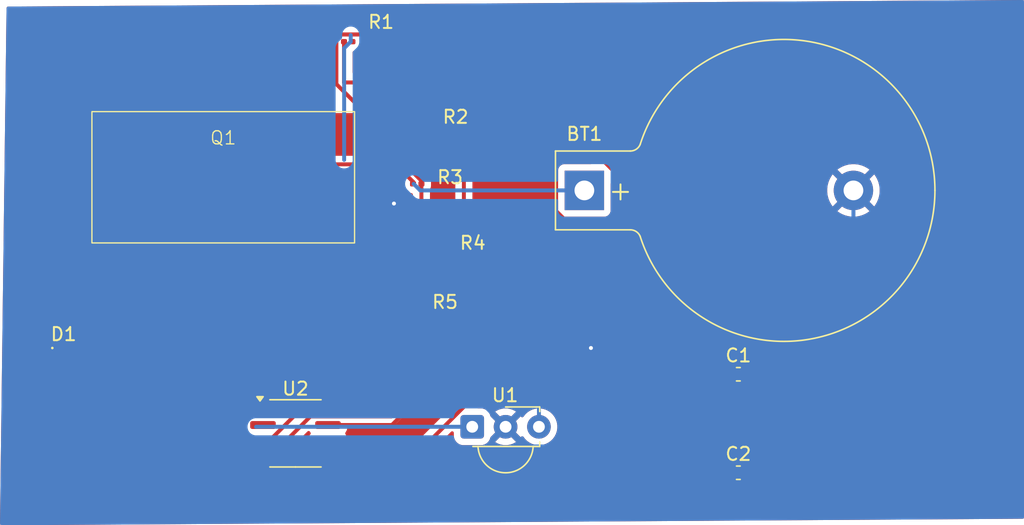
<source format=kicad_pcb>
(kicad_pcb (version 20241229) (generator "pcbnew") (generator_version "9.0")
  (layers (0 "F.Cu" signal) (2 "B.Cu" signal) (13 "F.Paste" user) (15 "B.Paste" user) (5 "F.SilkS" user "F.Silkscreen") (7 "B.SilkS" user "B.Silkscreen") (1 "F.Mask" user) (3 "B.Mask" user) (25 "Edge.Cuts" user))
  (net 0 "")
  (net 1 "GND")
  (net 2 "Net-(BT1-+)")
  (net 3 "Net-(U2-CV)")
  (net 4 "Net-(U2-DIS)")
  (net 5 "Net-(D1-A)")
  (net 6 "Net-(Q1-G)")
  (net 7 "Net-(Q1-D)")
  (net 8 "Net-(U1-Vs)")
  (net 9 "Net-(U2-Q)")
  (net 10 "Net-(U1-OUT)")
  (footprint "Resistor_SMD:R_0201_0603Metric" (layer "F.Cu") (at 113.77125 38.5)
    (property "Reference" "R3" (at 2.5 -0.5 0) (layer "F.SilkS"))
    (property "Value" "10k")
    (pad "1" smd roundrect (at -0.32 0) (size 0.46 0.4) (layers "F.Cu" "F.Mask") (net 2 "Net-(BT1-+)"))
    (pad "2" smd roundrect (at 0.32 0) (size 0.46 0.4) (layers "F.Cu" "F.Mask") (net 6 "Net-(Q1-G)"))
  )
  (footprint "Resistor_SMD:R_0201_0603Metric" (layer "F.Cu") (at 108.51725 27.673332)
    (property "Reference" "R1" (at 2.5 -1.5 0) (layer "F.SilkS"))
    (property "Value" "2.2k")
    (pad "1" smd roundrect (at -0.32 0) (size 0.46 0.4) (layers "F.Cu" "F.Mask") (net 8 "Net-(U1-Vs)"))
    (pad "2" smd roundrect (at 0.32 0) (size 0.46 0.4) (layers "F.Cu" "F.Mask") (net 2 "Net-(BT1-+)"))
  )
  (footprint "Resistor_SMD:R_0201_0603Metric" (layer "F.Cu") (at 113.69375 34)
    (property "Reference" "R2" (at 3 -0.6 0) (layer "F.SilkS"))
    (property "Value" "330k")
    (pad "1" smd roundrect (at -0.32 0) (size 0.46 0.4) (layers "F.Cu" "F.Mask") (net 2 "Net-(BT1-+)"))
    (pad "2" smd roundrect (at 0.32 0) (size 0.46 0.4) (layers "F.Cu" "F.Mask") (net 4 "Net-(U2-DIS)"))
  )
  (footprint "Package_SO:SOIC-8_3.9x4.9mm_P1.27mm" (layer "F.Cu") (at 104.5 57.5)
    (property "Reference" "U2" (at 0 -3.4 0) (layer "F.SilkS"))
    (property "Value" "LM555xM")
    (fp_line (start 0 -2.56) (end -1.95 -2.56) (stroke (width 0.12)) (layer "F.SilkS"))
    (fp_line (start 0 -2.56) (end 1.95 -2.56) (stroke (width 0.12)) (layer "F.SilkS"))
    (fp_line (start 0 2.56) (end -1.95 2.56) (stroke (width 0.12)) (layer "F.SilkS"))
    (fp_line (start 0 2.56) (end 1.95 2.56) (stroke (width 0.12)) (layer "F.SilkS"))
    (fp_poly (pts (xy -2.7 -2.465) (xy -2.94 -2.795) (xy -2.46 -2.795)) (stroke (width 0.12)) (fill yes) (layer "F.SilkS"))
    (pad "1" smd roundrect (at -2.475 -1.905) (size 1.95 0.6) (layers "F.Cu" "F.Mask" "F.Paste") (net 1 "GND"))
    (pad "2" smd roundrect (at -2.475 -0.635) (size 1.95 0.6) (layers "F.Cu" "F.Mask" "F.Paste") (net 10 "Net-(U1-OUT)"))
    (pad "3" smd roundrect (at -2.475 0.635) (size 1.95 0.6) (layers "F.Cu" "F.Mask" "F.Paste") (net 9 "Net-(U2-Q)"))
    (pad "4" smd roundrect (at -2.475 1.905) (size 1.95 0.6) (layers "F.Cu" "F.Mask" "F.Paste") (net 8 "Net-(U1-Vs)"))
    (pad "5" smd roundrect (at 2.475 1.905) (size 1.95 0.6) (layers "F.Cu" "F.Mask" "F.Paste") (net 3 "Net-(U2-CV)"))
    (pad "6" smd roundrect (at 2.475 0.635) (size 1.95 0.6) (layers "F.Cu" "F.Mask" "F.Paste") (net 4 "Net-(U2-DIS)"))
    (pad "7" smd roundrect (at 2.475 -0.635) (size 1.95 0.6) (layers "F.Cu" "F.Mask" "F.Paste") (net 4 "Net-(U2-DIS)"))
    (pad "8" smd roundrect (at 2.475 -1.905) (size 1.95 0.6) (layers "F.Cu" "F.Mask" "F.Paste") (net 8 "Net-(U1-Vs)"))
  )
  (footprint "mosfet_library:Mosfet" (layer "F.Cu") (at 99 38)
    (property "Reference" "Q1" (at 0 -3 0) (layer "F.SilkS") (effects (font (thickness 0.1))))
    (property "Value" "NMOS")
    (fp_rect (start -10 -5) (end 10 5) (stroke (width 0.1)) (fill no) (layer "F.SilkS"))
    (pad "1" smd roundrect (at -7.5 0) (size 1.905 1.27) (layers "F.Cu" "F.Mask" "F.Paste") (roundrect_rratio 0.15) (net 7 "Net-(Q1-D)"))
    (pad "2" smd roundrect (at 0 0) (size 1.905 1.27) (layers "F.Cu" "F.Mask" "F.Paste") (roundrect_rratio 0.15) (net 6 "Net-(Q1-G)"))
    (pad "3" smd roundrect (at 7.5 0) (size 1.905 1.27) (layers "F.Cu" "F.Mask" "F.Paste") (roundrect_rratio 0.15) (net 1 "GND"))
  )
  (footprint "OptoDevice:Vishay_MINICAST-3Pin" (layer "F.Cu") (at 117.96 57)
    (property "Reference" "U1" (at 2.5 -2.4 180) (layer "F.SilkS"))
    (property "Value" "TSSP58038")
    (fp_line (start 5.14 -1.51) (end 2.54 -1.51) (stroke (width 0.12)) (layer "F.SilkS"))
    (fp_line (start 5.14 -1.16) (end 5.14 -1.51) (stroke (width 0.12)) (layer "F.SilkS"))
    (fp_line (start 5.14 1.16) (end 5.14 1.5) (stroke (width 0.12)) (layer "F.SilkS"))
    (fp_line (start 5.14 1.5) (end 0.05 1.5) (stroke (width 0.12)) (layer "F.SilkS"))
    (fp_arc (start 4.64 1.5) (mid 2.540869 3.502379) (end 0.440083 1.501736) (stroke (width 0.12)) (layer "F.SilkS"))
    (pad "1" thru_hole roundrect (at 0 0) (size 1.8 1.8) (drill 0.9) (layers "*.Cu" "*.Mask") (roundrect_rratio 0.139) (net 10 "Net-(U1-OUT)"))
    (pad "2" thru_hole circle (at 2.54 0) (size 1.8 1.8) (drill 0.9) (layers "*.Cu" "*.Mask") (net 1 "GND"))
    (pad "3" thru_hole circle (at 5.08 0) (size 1.8 1.8) (drill 0.9) (layers "*.Cu" "*.Mask") (net 8 "Net-(U1-Vs)"))
  )
  (footprint "Resistor_SMD:R_0201_0603Metric" (layer "F.Cu") (at 113.655 43)
    (property "Reference" "R4" (at 4.345 0 0) (layer "F.SilkS"))
    (property "Value" "1k")
    (pad "1" smd roundrect (at -0.32 0) (size 0.46 0.4) (layers "F.Cu" "F.Mask") (net 9 "Net-(U2-Q)"))
    (pad "2" smd roundrect (at 0.32 0) (size 0.46 0.4) (layers "F.Cu" "F.Mask") (net 6 "Net-(Q1-G)"))
  )
  (footprint "Capacitor_SMD:C_0603_1608Metric" (layer "F.Cu") (at 138.225 53)
    (property "Reference" "C1" (at 0 -1.43 0) (layer "F.SilkS"))
    (property "Value" "10nF")
    (fp_line (start -0.14058 -0.51) (end 0.14058 -0.51) (stroke (width 0.12)) (layer "F.SilkS"))
    (fp_line (start -0.14058 0.51) (end 0.14058 0.51) (stroke (width 0.12)) (layer "F.SilkS"))
    (pad "1" smd roundrect (at -0.775 0) (size 0.9 0.95) (layers "F.Cu" "F.Mask" "F.Paste") (net 3 "Net-(U2-CV)"))
    (pad "2" smd roundrect (at 0.775 0) (size 0.9 0.95) (layers "F.Cu" "F.Mask" "F.Paste") (net 1 "GND"))
  )
  (footprint "LED_SMD:LED_0201_0603Metric" (layer "F.Cu") (at 86.845 51)
    (property "Reference" "D1" (at 0 -1.05 0) (layer "F.SilkS"))
    (property "Value" "LED")
    (fp_circle (center -0.86 0) (end -0.81 0) (stroke (width 0.1)) (fill no) (layer "F.SilkS"))
    (pad "1" smd roundrect (at -0.32 0) (size 0.46 0.4) (layers "F.Cu" "F.Mask") (net 1 "GND"))
    (pad "2" smd roundrect (at 0.32 0) (size 0.46 0.4) (layers "F.Cu" "F.Mask") (net 5 "Net-(D1-A)"))
  )
  (footprint "Resistor_SMD:R_0201_0603Metric" (layer "F.Cu") (at 113.7325 47.5)
    (property "Reference" "R5" (at 2.155 0 0) (layer "F.SilkS"))
    (property "Value" "1k")
    (pad "1" smd roundrect (at -0.32 0) (size 0.46 0.4) (layers "F.Cu" "F.Mask") (net 7 "Net-(Q1-D)"))
    (pad "2" smd roundrect (at 0.32 0) (size 0.46 0.4) (layers "F.Cu" "F.Mask") (net 5 "Net-(D1-A)"))
  )
  (footprint "Capacitor_SMD:C_0603_1608Metric" (layer "F.Cu") (at 138.225 60.5)
    (property "Reference" "C2" (at 0 -1.43 0) (layer "F.SilkS"))
    (property "Value" "82muF")
    (fp_line (start -0.14058 -0.51) (end 0.14058 -0.51) (stroke (width 0.12)) (layer "F.SilkS"))
    (fp_line (start -0.14058 0.51) (end 0.14058 0.51) (stroke (width 0.12)) (layer "F.SilkS"))
    (pad "1" smd roundrect (at -0.775 0) (size 0.9 0.95) (layers "F.Cu" "F.Mask" "F.Paste") (net 4 "Net-(U2-DIS)"))
    (pad "2" smd roundrect (at 0.775 0) (size 0.9 0.95) (layers "F.Cu" "F.Mask" "F.Paste") (net 1 "GND"))
  )
  (footprint "Battery:BatteryHolder_Keystone_103_1x20mm" (layer "F.Cu") (at 126.5 39)
    (property "Reference" "BT1" (at 0 -4.3 0) (layer "F.SilkS"))
    (property "Value" "9V")
    (fp_line (start -2.2 -3) (end 3.5 -3) (stroke (width 0.12)) (layer "F.SilkS"))
    (fp_line (start -2.2 3) (end -2.2 -3) (stroke (width 0.12)) (layer "F.SilkS"))
    (fp_line (start -2.2 3) (end 3.5 3) (stroke (width 0.12)) (layer "F.SilkS"))
    (fp_arc (start 3.5 3) (mid 3.950694 3.136459) (end 4.25 3.5) (stroke (width 0.12)) (layer "F.SilkS"))
    (fp_arc (start 4.25 -3.5) (mid 3.950694 -3.136459) (end 3.5 -3) (stroke (width 0.12)) (layer "F.SilkS"))
    (fp_arc (start 4.25 -3.5) (mid 16.971103 -11.358466) (end 26.695671 0) (stroke (width 0.12)) (layer "F.SilkS"))
    (fp_arc (start 26.695671 0) (mid 16.971103 11.358466) (end 4.25 3.5) (stroke (width 0.12)) (layer "F.SilkS"))
    (fp_text user "+" (at 2.75 0 0) (layer "F.SilkS") (effects (font (size 1.5 1.5))))
    (pad "1" thru_hole rect (at 0 0) (size 3 3) (drill 1.5) (layers "*.Cu" "*.Mask") (net 2 "Net-(BT1-+)"))
    (pad "2" thru_hole circle (at 20.49 0) (size 3 3) (drill 1.5) (layers "*.Cu" "*.Mask") (net 1 "GND"))
  )
  (segment (start 111.349 35.651) (end 111.349 40) (width 0.3) (layer "B.Cu") (net 0))
  (segment (start 112.5 39.118654) (end 112.269654 39.349) (width 0.3) (layer "B.Cu") (net 0))
  (segment (start 113 34) (end 111.349 35.651) (width 0.3) (layer "B.Cu") (net 0))
  (segment (start 113.29248 36.70752) (end 112.5 37.5) (width 0.3) (layer "B.Cu") (net 0))
  (segment (start 112.5 37.5) (end 112.5 39.118654) (width 0.3) (layer "B.Cu") (net 0))
  (segment (start 112.269654 39.349) (end 112 39.349) (width 0.3) (layer "B.Cu") (net 0))
  (segment (start 113.29248 34.29248) (end 113.29248 36.70752) (width 0.3) (layer "B.Cu") (net 0))
  (segment (start 113 34) (end 113.29248 34.29248) (width 0.3) (layer "B.Cu") (net 0))
  (segment (start 113.923082 48.5) (end 114.6335 47.789582) (width 0.3) (layer "F.Cu") (net 1))
  (segment (start 114.6335 46.1335) (end 106.5 38) (width 0.3) (layer "F.Cu") (net 1))
  (segment (start 114.6335 47.789582) (end 114.6335 46.1335) (width 0.3) (layer "F.Cu") (net 1))
  (segment (start 98.025 55.595) (end 102.025 55.595) (width 0.3) (layer "F.Cu") (net 1))
  (segment (start 86.525 51.230582) (end 86.525 51) (width 0.3) (layer "F.Cu") (net 1))
  (segment (start 102.025 55.595) (end 109.12 48.5) (width 0.3) (layer "F.Cu") (net 1))
  (segment (start 94.525 52.095) (end 87.389418 52.095) (width 0.3) (layer "F.Cu") (net 1))
  (segment (start 109.12 48.5) (end 113.923082 48.5) (width 0.3) (layer "F.Cu") (net 1))
  (segment (start 87.389418 52.095) (end 86.525 51.230582) (width 0.3) (layer "F.Cu") (net 1))
  (segment (start 94.525 52.095) (end 98.025 55.595) (width 0.3) (layer "F.Cu") (net 1))
  (segment (start 102 42.5) (end 102 55.5) (width 0.3) (layer "B.Cu") (net 1))
  (segment (start 122 58.5) (end 120.5 57) (width 0.3) (layer "B.Cu") (net 1))
  (segment (start 106.5 38) (end 102 42.5) (width 0.3) (layer "B.Cu") (net 1))
  (segment (start 135.752 52.75) (end 130.002 58.5) (width 0.3) (layer "B.Cu") (net 1))
  (segment (start 139 60.5) (end 139 53.5) (width 0.3) (layer "B.Cu") (net 1))
  (segment (start 138.75 52.75) (end 146.99 44.51) (width 0.3) (layer "B.Cu") (net 1))
  (segment (start 139 53.5) (end 138.5 53) (width 0.3) (layer "B.Cu") (net 1))
  (segment (start 138.75 52.75) (end 135.752 52.75) (width 0.3) (layer "B.Cu") (net 1))
  (segment (start 102 55.5) (end 102.249 55.749) (width 0.3) (layer "B.Cu") (net 1))
  (segment (start 146.99 44.51) (end 146.99 39) (width 0.3) (layer "B.Cu") (net 1))
  (segment (start 113.5 45) (end 106.5 38) (width 0.3) (layer "B.Cu") (net 1))
  (segment (start 138.5 53) (end 138.75 52.75) (width 0.3) (layer "B.Cu") (net 1))
  (segment (start 120.5 57) (end 113.5 50) (width 0.3) (layer "B.Cu") (net 1))
  (segment (start 137 60.5) (end 139 60.5) (width 0.3) (layer "B.Cu") (net 1))
  (segment (start 130.002 58.5) (end 122 58.5) (width 0.3) (layer "B.Cu") (net 1))
  (segment (start 113.5 50) (end 113.5 45) (width 0.3) (layer "B.Cu") (net 1))
  (segment (start 113.45125 38.337938) (end 112.628312 37.515) (width 0.3) (layer "F.Cu") (net 2))
  (segment (start 113.37375 34.05) (end 113.43275 34.05) (width 0.3) (layer "F.Cu") (net 2))
  (segment (start 113.45125 38.5) (end 113.45125 38.337938) (width 0.3) (layer "F.Cu") (net 2))
  (segment (start 112.628312 37.515) (end 110 37.515) (width 0.3) (layer "F.Cu") (net 2))
  (segment (start 113.37375 34) (end 113.37375 34.05) (width 0.3) (layer "F.Cu") (net 2))
  (segment (start 110 37.515) (end 110 38) (width 0.3) (layer "F.Cu") (net 2))
  (segment (start 110 38) (end 112 40) (width 0.3) (layer "F.Cu") (net 2))
  (segment (start 112 40) (end 112.5 40.5) (width 0.3) (layer "F.Cu") (net 2))
  (via (at 112 40) (size 0.6) (drill 0.3) (layers "F.Cu" "B.Cu") (net 2))
  (segment (start 113.5 38.5) (end 114 39) (width 0.3) (layer "B.Cu") (net 2))
  (segment (start 114 39) (end 126.5 39) (width 0.3) (layer "B.Cu") (net 2))
  (segment (start 108.20725 36.673332) (end 108.20725 28.173332) (width 0.3) (layer "B.Cu") (net 2))
  (segment (start 108.70725 27.173332) (end 108.70725 27.673332) (width 0.3) (layer "B.Cu") (net 2))
  (segment (start 108.20725 28.173332) (end 108.70725 27.673332) (width 0.3) (layer "B.Cu") (net 2))
  (segment (start 119.803242 53) (end 137.45 53) (width 0.3) (layer "F.Cu") (net 3))
  (segment (start 106.975 59.405) (end 113.398242 59.405) (width 0.3) (layer "F.Cu") (net 3))
  (segment (start 113.398242 59.405) (end 119.803242 53) (width 0.3) (layer "F.Cu") (net 3))
  (segment (start 113.5 34.551) (end 111.260729 34.551) (width 0.3) (layer "F.Cu") (net 4))
  (segment (start 127.557521 51.651) (end 117.05752 51.651) (width 0.3) (layer "F.Cu") (net 4))
  (segment (start 106.382322 60.5) (end 137.45 60.5) (width 0.3) (layer "F.Cu") (net 4))
  (segment (start 107.61625 27.38375) (end 107.877668 27.122332) (width 0.3) (layer "F.Cu") (net 4))
  (segment (start 139.801 58.149) (end 139.801 48.599) (width 0.3) (layer "F.Cu") (net 4))
  (segment (start 113.5 34.551) (end 113.693332 34.551) (width 0.3) (layer "F.Cu") (net 4))
  (segment (start 105.649 58.486001) (end 105.649 59.766678) (width 0.3) (layer "F.Cu") (net 4))
  (segment (start 113.693332 34.551) (end 114.01375 34.230582) (width 0.3) (layer "F.Cu") (net 4))
  (segment (start 111.260729 34.551) (end 107.61625 30.906521) (width 0.3) (layer "F.Cu") (net 4))
  (segment (start 106.975 58.135) (end 106.000001 58.135) (width 0.3) (layer "F.Cu") (net 4))
  (segment (start 139.801 48.599) (end 118.324332 27.122332) (width 0.3) (layer "F.Cu") (net 4))
  (segment (start 107.61625 30.906521) (end 107.61625 27.38375) (width 0.3) (layer "F.Cu") (net 4))
  (segment (start 137.45 60.5) (end 139.801 58.149) (width 0.3) (layer "F.Cu") (net 4))
  (segment (start 105.649 59.766678) (end 106.382322 60.5) (width 0.3) (layer "F.Cu") (net 4))
  (segment (start 128.001 51.207521) (end 127.557521 51.651) (width 0.3) (layer "F.Cu") (net 4))
  (segment (start 128.001 44.218147) (end 128.001 51.207521) (width 0.3) (layer "F.Cu") (net 4))
  (segment (start 114.01375 34.230582) (end 114.01375 34) (width 0.3) (layer "F.Cu") (net 4))
  (segment (start 118.324332 27.122332) (end 107.877668 27.122332) (width 0.3) (layer "F.Cu") (net 4))
  (segment (start 111.84352 56.865) (end 106.975 56.865) (width 0.3) (layer "F.Cu") (net 4))
  (segment (start 110.905185 27.122332) (end 128.001 44.218147) (width 0.3) (layer "F.Cu") (net 4))
  (segment (start 107.877668 27.122332) (end 110.905185 27.122332) (width 0.3) (layer "F.Cu") (net 4))
  (segment (start 117.05752 51.651) (end 111.84352 56.865) (width 0.3) (layer "F.Cu") (net 4))
  (segment (start 106.000001 58.135) (end 105.649 58.486001) (width 0.3) (layer "F.Cu") (net 4))
  (segment (start 113.732082 46.949) (end 114.0525 47.269418) (width 0.3) (layer "F.Cu") (net 5))
  (segment (start 90.508424 37.014) (end 92.491576 37.014) (width 0.3) (layer "F.Cu") (net 5))
  (segment (start 114.0525 47.269418) (end 114.0525 47.5) (width 0.3) (layer "F.Cu") (net 5))
  (segment (start 114.0525 47.5) (end 114 47.5) (width 0.3) (layer "F.Cu") (net 5))
  (segment (start 102.426576 46.949) (end 113.732082 46.949) (width 0.3) (layer "F.Cu") (net 5))
  (segment (start 87.165 51) (end 98.02348 51) (width 0.3) (layer "F.Cu") (net 5))
  (segment (start 90.1965 43.17302) (end 90.1965 37.325924) (width 0.3) (layer "F.Cu") (net 5))
  (segment (start 98.02348 51) (end 90.1965 43.17302) (width 0.3) (layer "F.Cu") (net 5))
  (segment (start 92.491576 37.014) (end 102.426576 46.949) (width 0.3) (layer "F.Cu") (net 5))
  (segment (start 90.1965 37.325924) (end 90.508424 37.014) (width 0.3) (layer "F.Cu") (net 5))
  (segment (start 114.09125 38.269418) (end 114.09125 38.5) (width 0.3) (layer "F.Cu") (net 6))
  (segment (start 112.835832 37.014) (end 114.09125 38.269418) (width 0.3) (layer "F.Cu") (net 6))
  (segment (start 114.09125 38.5) (end 114.09125 42.88375) (width 0.3) (layer "F.Cu") (net 6))
  (segment (start 99.986 37.014) (end 112.835832 37.014) (width 0.3) (layer "F.Cu") (net 6))
  (segment (start 114.09125 42.88375) (end 113.975 43) (width 0.3) (layer "F.Cu") (net 6))
  (segment (start 99 38) (end 99.986 37.014) (width 0.3) (layer "F.Cu") (net 6))
  (segment (start 91.5 38) (end 101 47.5) (width 0.3) (layer "F.Cu") (net 7))
  (segment (start 101 47.5) (end 113.4125 47.5) (width 0.3) (layer "F.Cu") (net 7))
  (segment (start 111.786 56.214) (end 105.633678 56.214) (width 0.3) (layer "F.Cu") (net 8))
  (segment (start 111.663332 30.779) (end 115.1345 34.250168) (width 0.3) (layer "F.Cu") (net 8))
  (segment (start 117 51) (end 127 51) (width 0.3) (layer "F.Cu") (net 8))
  (segment (start 105.633678 56.214) (end 102.442678 59.405) (width 0.3) (layer "F.Cu") (net 8))
  (segment (start 114.5 53.5) (end 114.5 51) (width 0.3) (layer "F.Cu") (net 8))
  (segment (start 108.19725 27.673332) (end 108.19725 30.779) (width 0.3) (layer "F.Cu") (net 8))
  (segment (start 117.3245 34.250168) (end 117.3245 34.5) (width 0.3) (layer "F.Cu") (net 8))
  (segment (start 117 48.321602) (end 117.3245 47.997102) (width 0.3) (layer "F.Cu") (net 8))
  (segment (start 102.442678 59.405) (end 102.025 59.405) (width 0.3) (layer "F.Cu") (net 8))
  (segment (start 117.074668 34.250168) (end 117.3245 34.5) (width 0.3) (layer "F.Cu") (net 8))
  (segment (start 115.1345 52.8655) (end 114.5 53.5) (width 0.3) (layer "F.Cu") (net 8))
  (segment (start 117.3245 34.5) (end 117.3245 47.997102) (width 0.3) (layer "F.Cu") (net 8))
  (segment (start 108.19725 30.779) (end 111.663332 30.779) (width 0.3) (layer "F.Cu") (net 8))
  (segment (start 115.1345 52.8655) (end 117 51) (width 0.3) (layer "F.Cu") (net 8))
  (segment (start 127 51) (end 127.5 51) (width 0.3) (layer "F.Cu") (net 8))
  (segment (start 115.1345 34.250168) (end 117.074668 34.250168) (width 0.3) (layer "F.Cu") (net 8))
  (segment (start 114.5 53.5) (end 111.786 56.214) (width 0.3) (layer "F.Cu") (net 8))
  (segment (start 117 48.5) (end 117 48.321602) (width 0.3) (layer "F.Cu") (net 8))
  (segment (start 114.5 51) (end 117 48.5) (width 0.3) (layer "F.Cu") (net 8))
  (via (at 127 51) (size 0.6) (drill 0.3) (layers "F.Cu" "B.Cu") (net 8))
  (segment (start 123.04 54.96) (end 127 51) (width 0.3) (layer "B.Cu") (net 8))
  (segment (start 123.04 57) (end 123.04 54.96) (width 0.3) (layer "B.Cu") (net 8))
  (segment (start 113.335 44.126479) (end 115.1345 45.925979) (width 0.3) (layer "F.Cu") (net 9))
  (segment (start 115.1345 45.925979) (end 115.1345 47.997103) (width 0.3) (layer "F.Cu") (net 9))
  (segment (start 115.1345 47.997103) (end 108.187603 54.944) (width 0.3) (layer "F.Cu") (net 9))
  (segment (start 108.187603 54.944) (end 105.633678 54.944) (width 0.3) (layer "F.Cu") (net 9))
  (segment (start 102.442678 58.135) (end 102.025 58.135) (width 0.3) (layer "F.Cu") (net 9))
  (segment (start 113.335 43) (end 113.335 44.126479) (width 0.3) (layer "F.Cu") (net 9))
  (segment (start 105.633678 54.944) (end 102.442678 58.135) (width 0.3) (layer "F.Cu") (net 9))
  (segment (start 101.5 57) (end 117.96 57) (width 0.3) (layer "B.Cu") (net 10))
  (zone (net 1) (net_name "GND") (layers "F.Cu" "B.Cu") (priority 1) (connect_pads (clearance 0.5)) (min_thickness 0.25) (fill yes (thermal_gap 0.5) (thermal_bridge_width 0.5))
    (polygon (pts (xy 82 64.5) (xy 82.5 25) (xy 160 24.5) (xy 160 64)))
  )
)
</source>
